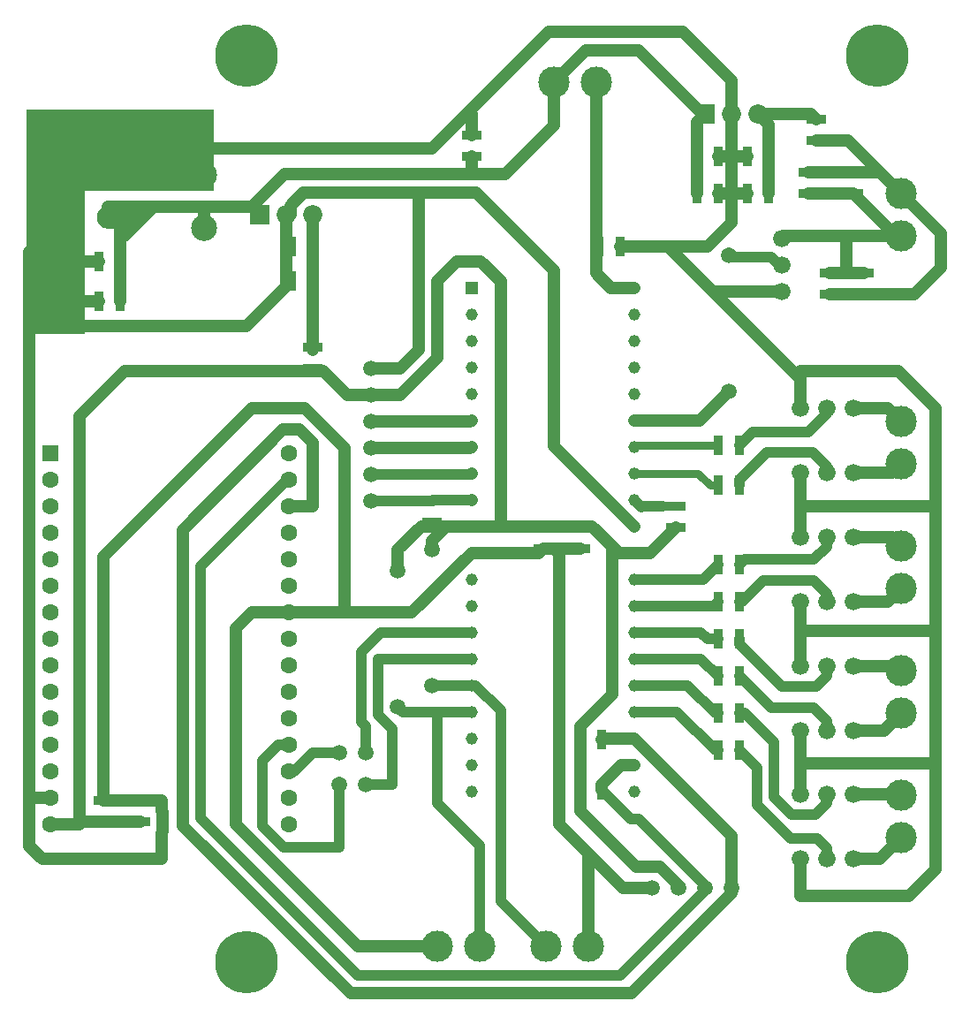
<source format=gbl>
G04 Layer_Physical_Order=2*
G04 Layer_Color=16711680*
%FSLAX44Y44*%
%MOMM*%
G71*
G01*
G75*
%ADD10R,0.8890X1.9050*%
%ADD11R,1.9050X0.8890*%
%ADD12C,1.2000*%
%ADD13C,1.0000*%
%ADD14C,0.8000*%
%ADD15R,5.5880X21.5900*%
%ADD16R,14.9860X7.8740*%
%ADD17C,3.0000*%
%ADD18C,1.5000*%
%ADD19C,1.8450*%
%ADD20R,1.8450X1.8450*%
%ADD21C,1.6000*%
%ADD22R,1.6000X1.6000*%
%ADD23R,1.1590X1.1590*%
%ADD24C,1.1590*%
%ADD25C,6.0000*%
%ADD26C,1.6764*%
%ADD27C,2.5000*%
%ADD28O,2.2000X4.8000*%
%ADD29O,4.8000X2.2000*%
D10*
X409083Y859390D02*
D03*
X429403D02*
D03*
Y897490D02*
D03*
X409083D02*
D03*
X593360Y878440D02*
D03*
X613680D02*
D03*
Y911460D02*
D03*
X593360D02*
D03*
X888000Y911460D02*
D03*
X908320D02*
D03*
X981980Y962260D02*
D03*
X1002300D02*
D03*
X1030240D02*
D03*
X1050560D02*
D03*
Y997820D02*
D03*
X1030240D02*
D03*
X1002300D02*
D03*
X981980D02*
D03*
X1002300Y720960D02*
D03*
X1022620D02*
D03*
Y682860D02*
D03*
X1002300D02*
D03*
Y606660D02*
D03*
X1022620D02*
D03*
Y571100D02*
D03*
X1002300D02*
D03*
Y535380D02*
D03*
X1022620D02*
D03*
Y499980D02*
D03*
X1002300D02*
D03*
Y464260D02*
D03*
X1022620D02*
D03*
Y428860D02*
D03*
X1002300D02*
D03*
X890540Y439020D02*
D03*
X870220D02*
D03*
Y390760D02*
D03*
X890540D02*
D03*
D11*
X413020Y360280D02*
D03*
X448580D02*
D03*
Y380600D02*
D03*
X413020D02*
D03*
X727980Y647300D02*
D03*
Y667620D02*
D03*
X834660Y642220D02*
D03*
Y621900D02*
D03*
X870220D02*
D03*
Y642220D02*
D03*
X961660D02*
D03*
Y662540D02*
D03*
X1142000Y865740D02*
D03*
Y886060D02*
D03*
X1108980D02*
D03*
Y865740D02*
D03*
X1131840Y962260D02*
D03*
Y982580D02*
D03*
X1096280Y1033380D02*
D03*
Y1013060D02*
D03*
X1089023Y982580D02*
D03*
Y962260D02*
D03*
X766080Y997820D02*
D03*
Y1018140D02*
D03*
X613680Y814940D02*
D03*
Y794620D02*
D03*
D12*
X342220Y337100D02*
Y380600D01*
Y906700D01*
X381270Y945750D01*
Y972420D01*
Y945750D02*
Y898760D01*
X382540Y897490D01*
X409083D01*
X429403D02*
Y940543D01*
X438420Y949560D01*
X509540D01*
X555261D01*
X586866Y981165D01*
X768620D01*
X798125D01*
X844820Y1027860D01*
Y1068940D01*
X875080Y1099200D01*
X926320D01*
X987060Y1038460D01*
X989600D01*
X981980Y1030840D01*
Y997820D01*
Y962260D01*
X1015000Y934320D02*
Y962260D01*
Y997820D01*
Y1038460D01*
Y1070920D01*
X968720Y1117200D01*
X839576D01*
X763540Y1041164D01*
X766080Y1038624D01*
Y1018140D01*
Y997820D02*
Y983705D01*
X768620Y981165D01*
X770255Y963165D02*
X844820Y888600D01*
Y720300D01*
X921630Y643490D01*
Y618090D02*
X937530D01*
X961660Y642220D01*
X921630Y618090D02*
X907050D01*
X900700Y624440D01*
Y482200D01*
X870220Y451720D01*
Y439020D01*
Y390760D01*
Y370440D01*
X923560Y317100D01*
X946420D01*
X964200Y299320D01*
Y296780D01*
X936260D02*
X910804D01*
X877840Y329744D01*
X849900Y357684D01*
Y616820D01*
X844820Y621900D01*
X870220D01*
X881650Y643490D02*
X900700Y624440D01*
X881650Y643490D02*
X794020D01*
Y878440D01*
X774970Y897490D01*
X752110D01*
X733280Y878660D01*
Y804944D01*
X697556Y769220D01*
X669560D01*
X646700D01*
X623840Y792080D01*
X433340D01*
X390160Y748900D01*
Y357740D01*
X392700Y360280D01*
X413020D01*
X448580D01*
X468900Y349659D02*
X470105Y350864D01*
Y369696D01*
X468900Y370901D01*
Y380600D01*
X448580D01*
X413020D01*
Y614280D01*
X555260Y756520D01*
X606060D01*
X644160Y718420D01*
Y560940D01*
X708900D01*
X766050Y618090D01*
X830850D01*
X834660Y621900D01*
X844820D01*
X794020Y643490D02*
X766050D01*
X717591D01*
X694960Y620860D01*
Y600540D01*
X727980Y620860D02*
X727980Y620860D01*
Y629520D01*
X740680Y642220D01*
X765882Y668890D02*
X766050D01*
Y694290D02*
X765938D01*
X764780Y718420D02*
X766050Y719690D01*
X765994D01*
X764780Y718420D02*
X669560D01*
Y743820D02*
X764780D01*
X766050Y745090D01*
X715280Y812400D02*
Y963165D01*
X770255D01*
X727816Y1005440D02*
X763540Y1041164D01*
X727816Y1005440D02*
X517160D01*
X500650Y988930D01*
X509540Y949560D02*
Y929240D01*
X458520Y946800D02*
X433340Y921620D01*
X438420Y949560D02*
X417178D01*
X430800Y995280D02*
Y1000360D01*
X423180D01*
X381270Y898760D02*
Y860660D01*
X382540Y859390D01*
X409083D01*
X429403D02*
Y897490D01*
X381270Y860660D02*
Y846690D01*
X392700Y835260D01*
X550180D01*
X588280Y873360D01*
Y941940D01*
X592455D01*
Y950732D01*
X604889Y963165D01*
X715280D01*
X613680Y941940D02*
X613680Y911460D01*
Y878440D01*
X613680Y878440D01*
Y820020D01*
X613538Y815247D01*
X613536Y815171D01*
X613533Y815096D01*
X613531Y815020D01*
X613529Y814944D01*
X613396Y814940D02*
X613396Y814931D01*
Y814931D01*
X613462Y812709D01*
X669560Y794620D02*
X697500D01*
X715280Y812400D01*
X600924Y736200D02*
X613680Y723444D01*
Y662540D01*
X590821D01*
X600924Y736200D02*
X585396D01*
X489220Y640024D01*
Y356558D01*
X649818Y195960D01*
X919260D01*
X1015000Y291700D01*
Y296780D01*
X1015000Y296780D01*
Y346976D01*
X921686Y440290D01*
X921630D01*
X891810D01*
X890540Y439020D01*
X909590Y414890D02*
X921630D01*
X909590D02*
X890540Y395840D01*
Y390760D01*
X877840Y329744D02*
Y240900D01*
X733060D02*
X656749D01*
X540020Y357629D01*
Y545700D01*
X555260Y560940D01*
X590820D01*
X644160D01*
X468900Y349659D02*
Y324720D01*
X354600D01*
X342220Y337100D01*
X362220Y357740D02*
X390160D01*
X362220Y383140D02*
X344760D01*
X342220Y380600D01*
X885460Y886060D02*
Y1068940D01*
X1015000Y934320D02*
X992140Y911460D01*
X954040D01*
X1081040Y784460D01*
Y756520D01*
Y792080D02*
X1175020D01*
X1210580Y756520D01*
Y662540D01*
Y543160D01*
Y418700D01*
X1208040Y416160D01*
X1081040D01*
Y448091D01*
Y416160D02*
Y386406D01*
Y324720D02*
Y289160D01*
X1185180D01*
X1210580Y314560D01*
Y418700D01*
X1161231Y448091D02*
X1177560Y464420D01*
X1161231Y448091D02*
X1131840D01*
Y386406D02*
X1176835D01*
X1177560Y385680D01*
X1157240Y324720D02*
X1177560Y345040D01*
X1157240Y324720D02*
X1131840D01*
X1172843Y509777D02*
X1177560Y505060D01*
X1172843Y509777D02*
X1131840D01*
X1210580Y543160D02*
X1081040D01*
Y571462D01*
Y543160D02*
Y509777D01*
X1165222Y571462D02*
X1177560Y583800D01*
X1165222Y571462D02*
X1131840D01*
X1168852Y633148D02*
X1177560Y624440D01*
X1168852Y633148D02*
X1131840D01*
X1210580Y662540D02*
X1081040D01*
Y694834D01*
Y662540D02*
Y633148D01*
X1131840Y694834D02*
X1169214D01*
X1177560Y703180D01*
Y743820D02*
X1164861Y756520D01*
X1131840D01*
X1190260Y865740D02*
X1215660Y891140D01*
Y924161D01*
X1177560Y962260D01*
X1157240Y982580D01*
X1131840D01*
X1089023D01*
Y962260D02*
X1131840D01*
X1172480Y921620D01*
X1177560D01*
X1172480D02*
X1126760D01*
X1065800D01*
X1063260Y919080D01*
X1050560Y962260D02*
Y997820D01*
Y1028300D01*
X1040400Y1038460D01*
X1091200D01*
X1096280Y1033380D01*
Y1013060D02*
X1126760D01*
X1157240Y982580D01*
X1126760Y921620D02*
X1125490Y920350D01*
Y886060D01*
X1142000D01*
Y865740D02*
X1190260D01*
X1142000D02*
X1108980D01*
Y886060D02*
X1125490D01*
X1063260Y868280D02*
X1063260Y868280D01*
X1037860D01*
X1037861Y868279D01*
X1037860Y868280D02*
X999760D01*
X954040Y911460D02*
X908320D01*
X899430Y872090D02*
X921630D01*
X899430D02*
X885460Y886060D01*
X921630Y745090D02*
X984750D01*
X1012460Y772800D01*
X1030240Y962260D02*
X1015000D01*
X1002300D01*
X1030240Y997820D02*
X1015000D01*
X1002300D01*
D13*
X506220Y363600D02*
Y604810D01*
X589350Y687940D01*
X590820D01*
X669560Y667620D02*
X669560Y667620D01*
X727980D01*
X729250D01*
Y668890D01*
X765882D01*
X764780Y693020D02*
X766050Y694290D01*
X764780Y693020D02*
X669560D01*
X679233Y541890D02*
X766050D01*
X766050Y516490D02*
X676460D01*
Y462877D01*
X689880Y449457D01*
Y395840D01*
X664480D01*
Y426320D02*
Y452230D01*
X660460Y456250D01*
Y523118D01*
X679233Y541890D01*
X727980Y490860D02*
X765820D01*
X766050Y491090D01*
X769890D01*
X794020Y466960D01*
Y284080D01*
X837200Y240900D01*
X908320Y212960D02*
X989600Y294240D01*
Y296780D01*
Y299320D01*
X926100Y362820D01*
X918480D01*
X890540Y390760D01*
X962930Y465690D02*
X999760Y428860D01*
X1002300D01*
X1022620D02*
X1039640Y411841D01*
Y376280D01*
X1071818Y344102D01*
X1097218D01*
X1106440Y334880D01*
Y324720D01*
X1095404Y367024D02*
X1106440Y378060D01*
Y386406D01*
X1095404Y367024D02*
X1073012D01*
X1055640Y384396D01*
Y436480D01*
X1027860Y464260D01*
X1022620D01*
X1002300D02*
X1002140Y464420D01*
X999760D01*
X973090Y491090D01*
X921630D01*
Y465690D02*
X962930D01*
X1002300Y499980D02*
X985790Y516490D01*
X921630D01*
Y541890D02*
X985790D01*
X992300Y535380D01*
X1002300D01*
X1022620D02*
Y530460D01*
X1063260Y489820D01*
X1096280D01*
X1106440Y499980D01*
Y509777D01*
X1093740Y469500D02*
X1106440Y456800D01*
Y448091D01*
X1093740Y469500D02*
X1053100D01*
X1022620Y499980D01*
X1093740Y591420D02*
X1106440Y578720D01*
Y571462D01*
X1094029Y611740D02*
X1106440Y624151D01*
Y633148D01*
X1094029Y611740D02*
X1027700D01*
X1022620Y606660D01*
X1002300D02*
X988330Y592690D01*
X921630D01*
Y567290D02*
X998490D01*
X1002300Y571100D01*
X1022620D02*
X1025160D01*
X1045480Y591420D01*
X1093740D01*
X1106440Y694834D02*
Y700640D01*
X1092864Y714216D01*
X1048896D01*
X1022620Y687940D01*
Y682860D01*
Y720960D02*
X1035320Y733660D01*
X1088660D01*
X1106440Y751440D01*
Y756520D01*
X1063260Y893680D02*
X1060720D01*
X1053100Y901300D01*
X1016499D01*
X1012459Y905340D01*
X928640Y662540D02*
X948960D01*
X928640D02*
Y661880D01*
X921630Y668890D01*
X766050Y465690D02*
X734330D01*
X699810D01*
X694960Y470540D01*
X733060Y464420D02*
X733060Y464420D01*
Y378060D01*
X773700Y337420D01*
Y240900D01*
X656860Y212960D02*
X908320D01*
X656860D02*
X506220Y363600D01*
X585598Y336093D02*
X639080D01*
Y395840D01*
Y398380D01*
Y426320D02*
X613680D01*
X595900Y408540D01*
X590820D01*
X565420Y418644D02*
X580716Y433940D01*
X590820D01*
X565420Y418644D02*
Y356270D01*
X585598Y336093D01*
X733060Y464420D02*
X734330Y465690D01*
D14*
X921630Y694290D02*
X983250D01*
X994680Y682860D01*
X1002300D01*
Y720960D02*
X922900D01*
X921630Y719690D01*
D15*
X367300Y935590D02*
D03*
D16*
X444770Y1004170D02*
D03*
D17*
X733060Y240900D02*
D03*
X773700D02*
D03*
X837200D02*
D03*
X877840D02*
D03*
X1177560Y345040D02*
D03*
Y385680D02*
D03*
Y464420D02*
D03*
Y505060D02*
D03*
Y583800D02*
D03*
Y624440D02*
D03*
Y703180D02*
D03*
Y743820D02*
D03*
Y921620D02*
D03*
Y962260D02*
D03*
X885460Y1068940D02*
D03*
X844820D02*
D03*
D18*
X639080Y395840D02*
D03*
X664480D02*
D03*
Y426320D02*
D03*
X639080D02*
D03*
X694960Y470540D02*
D03*
X727980Y490860D02*
D03*
X694960Y600540D02*
D03*
X727980Y620860D02*
D03*
X669560Y718420D02*
D03*
Y693020D02*
D03*
Y667620D02*
D03*
Y743820D02*
D03*
Y769220D02*
D03*
Y794620D02*
D03*
X1012460Y772800D02*
D03*
Y902800D02*
D03*
X938800Y296780D02*
D03*
X964200D02*
D03*
X989600D02*
D03*
X1015000D02*
D03*
D19*
X613680Y941940D02*
D03*
X588280D02*
D03*
X1015000Y1038460D02*
D03*
X1040400D02*
D03*
D20*
X562880Y941940D02*
D03*
X989600Y1038460D02*
D03*
D21*
X362220Y357740D02*
D03*
X362220Y383140D02*
D03*
X362220Y408540D02*
D03*
Y433940D02*
D03*
Y459340D02*
D03*
X362220Y484740D02*
D03*
X362220Y510140D02*
D03*
Y535540D02*
D03*
Y560940D02*
D03*
Y586340D02*
D03*
Y611740D02*
D03*
Y637140D02*
D03*
Y662540D02*
D03*
Y687940D02*
D03*
X590820Y459340D02*
D03*
Y433940D02*
D03*
Y408540D02*
D03*
X590820Y383140D02*
D03*
X590820Y357740D02*
D03*
X590820Y484740D02*
D03*
X590820Y510140D02*
D03*
Y535540D02*
D03*
Y560940D02*
D03*
Y586340D02*
D03*
Y611740D02*
D03*
Y637140D02*
D03*
Y662540D02*
D03*
Y687940D02*
D03*
Y713340D02*
D03*
D22*
X362220Y713340D02*
D03*
D23*
X766050Y872090D02*
D03*
D24*
X766050Y389490D02*
D03*
Y414890D02*
D03*
Y440290D02*
D03*
Y465690D02*
D03*
Y491090D02*
D03*
Y516490D02*
D03*
X766050Y541890D02*
D03*
X766050Y567290D02*
D03*
Y592690D02*
D03*
Y618090D02*
D03*
Y643490D02*
D03*
Y668890D02*
D03*
Y694290D02*
D03*
Y719690D02*
D03*
Y745090D02*
D03*
X766050Y770490D02*
D03*
X766050Y795890D02*
D03*
Y821290D02*
D03*
Y846690D02*
D03*
X921630Y694290D02*
D03*
Y668890D02*
D03*
Y643490D02*
D03*
Y618090D02*
D03*
Y592690D02*
D03*
Y567290D02*
D03*
Y541890D02*
D03*
Y516490D02*
D03*
Y491090D02*
D03*
Y465690D02*
D03*
Y440290D02*
D03*
Y414890D02*
D03*
Y389490D02*
D03*
Y719690D02*
D03*
Y745090D02*
D03*
Y770490D02*
D03*
Y795890D02*
D03*
Y821290D02*
D03*
Y846690D02*
D03*
Y872090D02*
D03*
D25*
X550180Y225660D02*
D03*
X1154700D02*
D03*
Y1094340D02*
D03*
X550180D02*
D03*
D26*
X1063260Y868280D02*
D03*
Y893680D02*
D03*
Y919080D02*
D03*
X1081040Y756520D02*
D03*
X1106440D02*
D03*
X1131840D02*
D03*
X1081040Y694834D02*
D03*
X1106440D02*
D03*
X1131840D02*
D03*
X1106440Y633148D02*
D03*
X1131840D02*
D03*
X1106440Y571462D02*
D03*
X1131840D02*
D03*
X1081040Y633148D02*
D03*
Y571462D02*
D03*
Y509777D02*
D03*
X1106440D02*
D03*
X1131840D02*
D03*
X1106440Y448091D02*
D03*
X1131840D02*
D03*
X1106440Y386406D02*
D03*
X1131840D02*
D03*
X1106440Y324720D02*
D03*
X1131840D02*
D03*
X1081040Y386406D02*
D03*
Y324720D02*
D03*
Y448091D02*
D03*
D27*
X509540Y929240D02*
D03*
X509540Y980040D02*
D03*
D28*
X381270Y972420D02*
D03*
D29*
X430800Y939400D02*
D03*
Y1000360D02*
D03*
M02*

</source>
